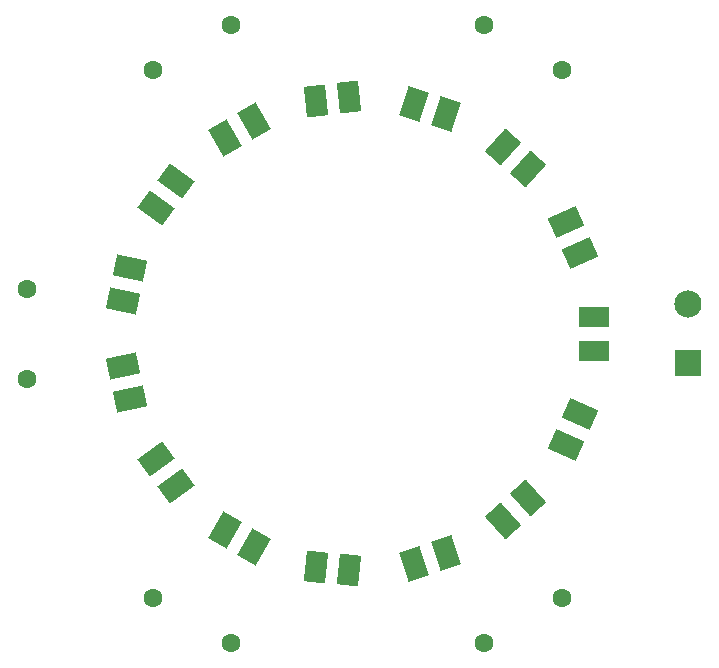
<source format=gts>
G04*
G04 #@! TF.GenerationSoftware,Altium Limited,Altium Designer,20.0.10 (225)*
G04*
G04 Layer_Color=8388736*
%FSLAX25Y25*%
%MOIN*%
G70*
G01*
G75*
G04:AMPARAMS|DCode=28|XSize=70.99mil|YSize=102.49mil|CornerRadius=0mil|HoleSize=0mil|Usage=FLASHONLY|Rotation=114.000|XOffset=0mil|YOffset=0mil|HoleType=Round|Shape=Rectangle|*
%AMROTATEDRECTD28*
4,1,4,0.06125,-0.01158,-0.03238,-0.05327,-0.06125,0.01158,0.03238,0.05327,0.06125,-0.01158,0.0*
%
%ADD28ROTATEDRECTD28*%

%ADD29R,0.10249X0.07099*%
G04:AMPARAMS|DCode=30|XSize=70.99mil|YSize=102.49mil|CornerRadius=0mil|HoleSize=0mil|Usage=FLASHONLY|Rotation=66.000|XOffset=0mil|YOffset=0mil|HoleType=Round|Shape=Rectangle|*
%AMROTATEDRECTD30*
4,1,4,0.03238,-0.05327,-0.06125,-0.01158,-0.03238,0.05327,0.06125,0.01158,0.03238,-0.05327,0.0*
%
%ADD30ROTATEDRECTD30*%

G04:AMPARAMS|DCode=31|XSize=70.99mil|YSize=102.49mil|CornerRadius=0mil|HoleSize=0mil|Usage=FLASHONLY|Rotation=42.000|XOffset=0mil|YOffset=0mil|HoleType=Round|Shape=Rectangle|*
%AMROTATEDRECTD31*
4,1,4,0.00791,-0.06183,-0.06067,0.01433,-0.00791,0.06183,0.06067,-0.01433,0.00791,-0.06183,0.0*
%
%ADD31ROTATEDRECTD31*%

G04:AMPARAMS|DCode=32|XSize=70.99mil|YSize=102.49mil|CornerRadius=0mil|HoleSize=0mil|Usage=FLASHONLY|Rotation=18.000|XOffset=0mil|YOffset=0mil|HoleType=Round|Shape=Rectangle|*
%AMROTATEDRECTD32*
4,1,4,-0.01792,-0.05971,-0.04959,0.03777,0.01792,0.05971,0.04959,-0.03777,-0.01792,-0.05971,0.0*
%
%ADD32ROTATEDRECTD32*%

G04:AMPARAMS|DCode=33|XSize=70.99mil|YSize=102.49mil|CornerRadius=0mil|HoleSize=0mil|Usage=FLASHONLY|Rotation=354.000|XOffset=0mil|YOffset=0mil|HoleType=Round|Shape=Rectangle|*
%AMROTATEDRECTD33*
4,1,4,-0.04066,-0.04725,-0.02995,0.05467,0.04066,0.04725,0.02995,-0.05467,-0.04066,-0.04725,0.0*
%
%ADD33ROTATEDRECTD33*%

G04:AMPARAMS|DCode=34|XSize=70.99mil|YSize=102.49mil|CornerRadius=0mil|HoleSize=0mil|Usage=FLASHONLY|Rotation=330.000|XOffset=0mil|YOffset=0mil|HoleType=Round|Shape=Rectangle|*
%AMROTATEDRECTD34*
4,1,4,-0.05636,-0.02663,-0.00512,0.06213,0.05636,0.02663,0.00512,-0.06213,-0.05636,-0.02663,0.0*
%
%ADD34ROTATEDRECTD34*%

G04:AMPARAMS|DCode=35|XSize=70.99mil|YSize=102.49mil|CornerRadius=0mil|HoleSize=0mil|Usage=FLASHONLY|Rotation=306.000|XOffset=0mil|YOffset=0mil|HoleType=Round|Shape=Rectangle|*
%AMROTATEDRECTD35*
4,1,4,-0.06232,-0.00140,0.02059,0.05884,0.06232,0.00140,-0.02059,-0.05884,-0.06232,-0.00140,0.0*
%
%ADD35ROTATEDRECTD35*%

G04:AMPARAMS|DCode=36|XSize=70.99mil|YSize=102.49mil|CornerRadius=0mil|HoleSize=0mil|Usage=FLASHONLY|Rotation=282.000|XOffset=0mil|YOffset=0mil|HoleType=Round|Shape=Rectangle|*
%AMROTATEDRECTD36*
4,1,4,-0.05750,0.02407,0.04274,0.04537,0.05750,-0.02407,-0.04274,-0.04537,-0.05750,0.02407,0.0*
%
%ADD36ROTATEDRECTD36*%

G04:AMPARAMS|DCode=37|XSize=70.99mil|YSize=102.49mil|CornerRadius=0mil|HoleSize=0mil|Usage=FLASHONLY|Rotation=258.000|XOffset=0mil|YOffset=0mil|HoleType=Round|Shape=Rectangle|*
%AMROTATEDRECTD37*
4,1,4,-0.04274,0.04537,0.05750,0.02407,0.04274,-0.04537,-0.05750,-0.02407,-0.04274,0.04537,0.0*
%
%ADD37ROTATEDRECTD37*%

G04:AMPARAMS|DCode=38|XSize=70.99mil|YSize=102.49mil|CornerRadius=0mil|HoleSize=0mil|Usage=FLASHONLY|Rotation=234.000|XOffset=0mil|YOffset=0mil|HoleType=Round|Shape=Rectangle|*
%AMROTATEDRECTD38*
4,1,4,-0.02059,0.05884,0.06232,-0.00140,0.02059,-0.05884,-0.06232,0.00140,-0.02059,0.05884,0.0*
%
%ADD38ROTATEDRECTD38*%

G04:AMPARAMS|DCode=39|XSize=70.99mil|YSize=102.49mil|CornerRadius=0mil|HoleSize=0mil|Usage=FLASHONLY|Rotation=210.000|XOffset=0mil|YOffset=0mil|HoleType=Round|Shape=Rectangle|*
%AMROTATEDRECTD39*
4,1,4,0.00512,0.06213,0.05636,-0.02663,-0.00512,-0.06213,-0.05636,0.02663,0.00512,0.06213,0.0*
%
%ADD39ROTATEDRECTD39*%

G04:AMPARAMS|DCode=40|XSize=70.99mil|YSize=102.49mil|CornerRadius=0mil|HoleSize=0mil|Usage=FLASHONLY|Rotation=186.000|XOffset=0mil|YOffset=0mil|HoleType=Round|Shape=Rectangle|*
%AMROTATEDRECTD40*
4,1,4,0.02995,0.05467,0.04066,-0.04725,-0.02995,-0.05467,-0.04066,0.04725,0.02995,0.05467,0.0*
%
%ADD40ROTATEDRECTD40*%

G04:AMPARAMS|DCode=41|XSize=70.99mil|YSize=102.49mil|CornerRadius=0mil|HoleSize=0mil|Usage=FLASHONLY|Rotation=162.000|XOffset=0mil|YOffset=0mil|HoleType=Round|Shape=Rectangle|*
%AMROTATEDRECTD41*
4,1,4,0.04959,0.03777,0.01792,-0.05971,-0.04959,-0.03777,-0.01792,0.05971,0.04959,0.03777,0.0*
%
%ADD41ROTATEDRECTD41*%

G04:AMPARAMS|DCode=42|XSize=70.99mil|YSize=102.49mil|CornerRadius=0mil|HoleSize=0mil|Usage=FLASHONLY|Rotation=138.000|XOffset=0mil|YOffset=0mil|HoleType=Round|Shape=Rectangle|*
%AMROTATEDRECTD42*
4,1,4,0.06067,0.01433,-0.00791,-0.06183,-0.06067,-0.01433,0.00791,0.06183,0.06067,0.01433,0.0*
%
%ADD42ROTATEDRECTD42*%

%ADD43R,0.09068X0.09068*%
%ADD44C,0.09068*%
%ADD45C,0.06312*%
D28*
X192325Y145011D02*
D03*
X187761Y155262D02*
D03*
D29*
X196850Y112500D02*
D03*
Y123721D02*
D03*
D30*
X187761Y80958D02*
D03*
X192325Y91209D02*
D03*
D31*
X166629Y55841D02*
D03*
X174967Y63349D02*
D03*
D32*
X137107Y41490D02*
D03*
X147778Y44958D02*
D03*
D33*
X104300Y40388D02*
D03*
X115459Y39215D02*
D03*
D34*
X73882Y52724D02*
D03*
X83599Y47114D02*
D03*
D35*
X51111Y76367D02*
D03*
X57706Y67289D02*
D03*
D36*
X39924Y107227D02*
D03*
X42257Y96252D02*
D03*
D37*
Y139969D02*
D03*
X39924Y128994D02*
D03*
D38*
X57706Y168931D02*
D03*
X51111Y159854D02*
D03*
D39*
X83599Y189106D02*
D03*
X73882Y183496D02*
D03*
D40*
X115459Y197005D02*
D03*
X104300Y195833D02*
D03*
D41*
X147778Y191263D02*
D03*
X137107Y194730D02*
D03*
D42*
X174967Y172872D02*
D03*
X166629Y180380D02*
D03*
D43*
X228346Y108268D02*
D03*
D44*
Y127953D02*
D03*
D45*
X160238Y221078D02*
D03*
X186219Y206078D02*
D03*
X160238Y15143D02*
D03*
X186219Y30143D02*
D03*
X75982Y15143D02*
D03*
X50002Y30143D02*
D03*
X7874Y133110D02*
D03*
Y103110D02*
D03*
X50002Y206078D02*
D03*
X75982Y221078D02*
D03*
M02*

</source>
